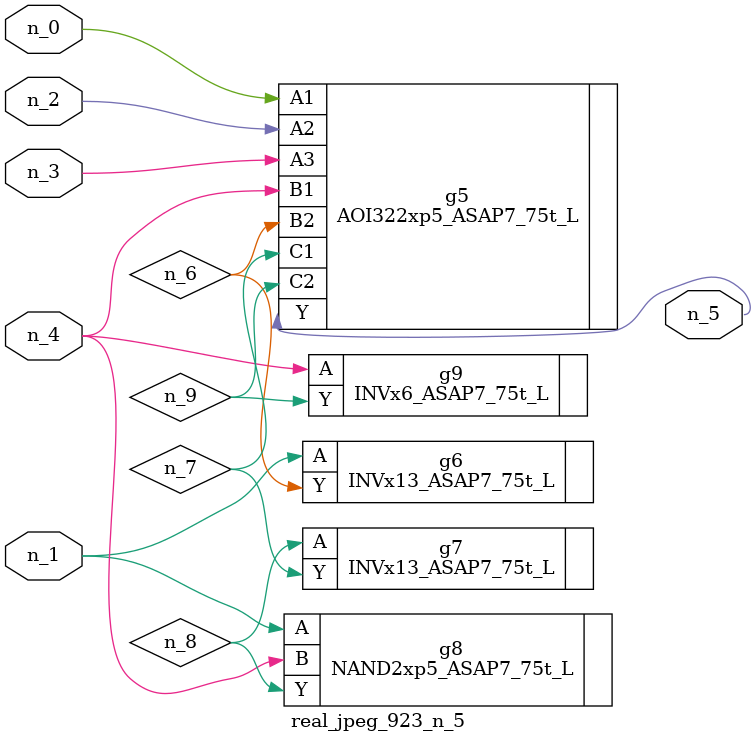
<source format=v>
module real_jpeg_923_n_5 (n_4, n_0, n_1, n_2, n_3, n_5);

input n_4;
input n_0;
input n_1;
input n_2;
input n_3;

output n_5;

wire n_8;
wire n_6;
wire n_7;
wire n_9;

AOI322xp5_ASAP7_75t_L g5 ( 
.A1(n_0),
.A2(n_2),
.A3(n_3),
.B1(n_4),
.B2(n_6),
.C1(n_7),
.C2(n_9),
.Y(n_5)
);

INVx13_ASAP7_75t_L g6 ( 
.A(n_1),
.Y(n_6)
);

NAND2xp5_ASAP7_75t_L g8 ( 
.A(n_1),
.B(n_4),
.Y(n_8)
);

INVx6_ASAP7_75t_L g9 ( 
.A(n_4),
.Y(n_9)
);

INVx13_ASAP7_75t_L g7 ( 
.A(n_8),
.Y(n_7)
);


endmodule
</source>
